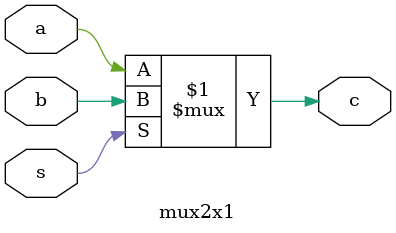
<source format=v>
module mux2x1 (
    input a,
    input b,
    input s,
    output c
);
assign c = s ? b : a;
endmodule

</source>
